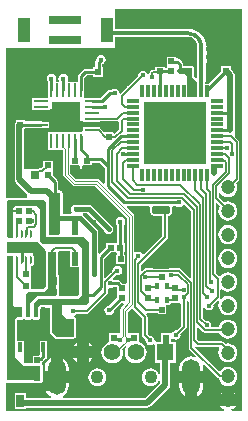
<source format=gtl>
G04*
G04 #@! TF.GenerationSoftware,Altium Limited,Altium Designer,20.2.6 (244)*
G04*
G04 Layer_Physical_Order=1*
G04 Layer_Color=255*
%FSLAX44Y44*%
%MOMM*%
G71*
G04*
G04 #@! TF.SameCoordinates,B6B92F39-3B6A-451D-A712-2CEA1CBF15C8*
G04*
G04*
G04 #@! TF.FilePolarity,Positive*
G04*
G01*
G75*
%ADD16C,0.1270*%
%ADD17C,0.2540*%
%ADD19C,0.1524*%
%ADD20R,1.5000X1.5000*%
G04:AMPARAMS|DCode=21|XSize=1.6mm|YSize=0.7mm|CornerRadius=0.175mm|HoleSize=0mm|Usage=FLASHONLY|Rotation=180.000|XOffset=0mm|YOffset=0mm|HoleType=Round|Shape=RoundedRectangle|*
%AMROUNDEDRECTD21*
21,1,1.6000,0.3500,0,0,180.0*
21,1,1.2500,0.7000,0,0,180.0*
1,1,0.3500,-0.6250,0.1750*
1,1,0.3500,0.6250,0.1750*
1,1,0.3500,0.6250,-0.1750*
1,1,0.3500,-0.6250,-0.1750*
%
%ADD21ROUNDEDRECTD21*%
%ADD22R,0.6000X0.6000*%
%ADD23R,0.4700X0.5000*%
%ADD24R,0.3700X0.5000*%
%ADD25R,5.3000X5.3000*%
%ADD26R,1.0000X0.3500*%
%ADD27R,0.3500X1.0000*%
%ADD28R,0.2500X1.1940*%
%ADD29R,1.1940X0.2500*%
%ADD30R,1.1938X0.2500*%
%ADD31R,2.4300X2.4300*%
%ADD32R,0.6000X1.1500*%
%ADD33R,0.3500X0.8500*%
%ADD34R,2.4000X1.6500*%
%ADD35R,0.7000X1.0750*%
%ADD36R,0.5500X0.5300*%
%ADD37R,0.7620X0.7620*%
%ADD38R,0.5300X0.5500*%
%ADD39R,1.0000X2.0000*%
%ADD40R,2.8000X0.8000*%
G04:AMPARAMS|DCode=41|XSize=0.7mm|YSize=0.22mm|CornerRadius=0.0605mm|HoleSize=0mm|Usage=FLASHONLY|Rotation=270.000|XOffset=0mm|YOffset=0mm|HoleType=Round|Shape=RoundedRectangle|*
%AMROUNDEDRECTD41*
21,1,0.7000,0.0990,0,0,270.0*
21,1,0.5790,0.2200,0,0,270.0*
1,1,0.1210,-0.0495,-0.2895*
1,1,0.1210,-0.0495,0.2895*
1,1,0.1210,0.0495,0.2895*
1,1,0.1210,0.0495,-0.2895*
%
%ADD41ROUNDEDRECTD41*%
%ADD42R,1.5000X0.9000*%
%ADD43R,0.5500X0.5300*%
%ADD44R,0.5300X0.5500*%
%ADD72C,1.4200*%
%ADD73R,1.4200X1.4200*%
%ADD74C,1.1000*%
%ADD75O,1.5000X3.0000*%
%ADD76C,0.3302*%
%ADD77C,0.5080*%
%ADD78C,0.3810*%
%ADD79C,0.7620*%
%ADD80C,0.1010*%
%ADD81C,0.6350*%
%ADD82C,1.2000*%
%ADD83C,0.3810*%
%ADD84C,0.5080*%
%ADD85C,0.4572*%
G36*
X154190Y-23449D02*
X155938Y-23679D01*
X156350Y-23761D01*
X158093Y-24483D01*
X158426Y-24706D01*
X158881Y-25055D01*
X159845Y-25795D01*
D01*
X159848Y-25798D01*
X160702Y-26911D01*
X161134Y-27571D01*
X161686Y-28929D01*
X161967Y-30368D01*
X162002Y-31101D01*
X162002Y-57231D01*
X160829Y-57717D01*
X159298Y-56186D01*
X159298Y-49678D01*
X159140Y-48885D01*
X158691Y-48213D01*
X158019Y-47764D01*
X157226Y-47606D01*
X152146D01*
X151353Y-47764D01*
X151312Y-47792D01*
X150479Y-47529D01*
X150042Y-47230D01*
Y-46503D01*
X150042Y-46503D01*
X149825Y-45413D01*
X149207Y-44489D01*
X149207Y-44489D01*
X147048Y-42330D01*
X146124Y-41712D01*
X145034Y-41495D01*
X144052Y-40740D01*
Y-39944D01*
X136212D01*
Y-47984D01*
X136212D01*
Y-48225D01*
X135974Y-49495D01*
X134400D01*
Y-48424D01*
X126560D01*
Y-50953D01*
X124769D01*
X123877Y-51130D01*
X123121Y-51636D01*
X122228Y-52529D01*
X121723Y-53285D01*
X121665Y-53572D01*
X120402Y-54313D01*
X119722Y-54142D01*
X118916Y-52936D01*
X117614Y-52065D01*
X116078Y-51760D01*
X114542Y-52065D01*
X113240Y-52936D01*
X112369Y-54238D01*
X112064Y-55774D01*
X112183Y-56373D01*
X104062Y-64494D01*
X102530D01*
Y-66026D01*
X97123Y-71432D01*
X96115Y-71028D01*
X95937Y-70887D01*
X95962Y-70760D01*
X95657Y-69224D01*
X94786Y-67922D01*
X93484Y-67051D01*
X91948Y-66746D01*
X90412Y-67051D01*
X89125Y-67911D01*
X87808D01*
X87808Y-67911D01*
X86718Y-68128D01*
X85794Y-68746D01*
X85794Y-68746D01*
X79878Y-74661D01*
X72471D01*
X71381Y-74878D01*
X71213Y-74990D01*
X66175D01*
X66020Y-74990D01*
X66020Y-74836D01*
Y-69798D01*
X66132Y-69630D01*
X66349Y-68540D01*
Y-57918D01*
X68438Y-55829D01*
X73832D01*
Y-56900D01*
X81872D01*
Y-49060D01*
X81318D01*
Y-46421D01*
X82054Y-46275D01*
X83356Y-45404D01*
X84227Y-44102D01*
X84532Y-42566D01*
X84227Y-41030D01*
X83356Y-39728D01*
X82054Y-38857D01*
X80518Y-38552D01*
X78982Y-38857D01*
X77680Y-39728D01*
X76809Y-41030D01*
X76508Y-42548D01*
X76455Y-42601D01*
X75837Y-43525D01*
X75620Y-44615D01*
X75620Y-44615D01*
Y-49060D01*
X73832D01*
Y-50131D01*
X67258D01*
X67258Y-50131D01*
X66168Y-50348D01*
X65244Y-50966D01*
X65244Y-50966D01*
X61486Y-54724D01*
X60868Y-55648D01*
X60651Y-56738D01*
X60651Y-56738D01*
Y-61300D01*
X52872D01*
X52221Y-60252D01*
X52223Y-60030D01*
X52514Y-58568D01*
X52209Y-57032D01*
X51338Y-55730D01*
X50036Y-54859D01*
X48500Y-54554D01*
X46964Y-54859D01*
X45662Y-55730D01*
X44791Y-57032D01*
X44486Y-58568D01*
X44777Y-60030D01*
X44779Y-60252D01*
X44128Y-61300D01*
X42904D01*
X42253Y-60252D01*
X42255Y-60030D01*
X42546Y-58568D01*
X42241Y-57032D01*
X41370Y-55730D01*
X40068Y-54859D01*
X38532Y-54554D01*
X36996Y-54859D01*
X35694Y-55730D01*
X34823Y-57032D01*
X34518Y-58568D01*
X34823Y-60104D01*
X35683Y-61391D01*
Y-68379D01*
X35651Y-68540D01*
X35868Y-69630D01*
X35980Y-69798D01*
Y-74837D01*
X35980Y-74990D01*
X35827Y-74990D01*
X22290D01*
Y-85030D01*
X36770D01*
X36942Y-84576D01*
X44065Y-84575D01*
X44240Y-84930D01*
X51000D01*
Y-90010D01*
X56080D01*
Y-95616D01*
X56378Y-95388D01*
X57586Y-93813D01*
X58346Y-91978D01*
X58605Y-90010D01*
X58346Y-88042D01*
X57586Y-86208D01*
X57308Y-85844D01*
X57934Y-84574D01*
X62010Y-84574D01*
X62908Y-85472D01*
Y-94755D01*
X65134D01*
X65230Y-95030D01*
X79710D01*
Y-94774D01*
X93934D01*
X94319Y-94698D01*
X95424Y-95394D01*
X95589Y-95614D01*
Y-101648D01*
X92138Y-105098D01*
X90868Y-104598D01*
Y-103763D01*
X83289D01*
X80388Y-100862D01*
X79710Y-100409D01*
Y-99990D01*
X65230D01*
Y-102592D01*
X63960Y-103603D01*
X38942Y-103602D01*
Y-103602D01*
X38308Y-104240D01*
X35980D01*
Y-118720D01*
X48094D01*
X48217Y-118843D01*
Y-139818D01*
X48375Y-140610D01*
X48823Y-141281D01*
X56519Y-148977D01*
X57190Y-149426D01*
X57982Y-149583D01*
X75557D01*
X102477Y-176503D01*
Y-231237D01*
X101964Y-232295D01*
X99270D01*
X96883Y-229908D01*
X95959Y-229291D01*
X94868Y-229074D01*
X94868Y-229074D01*
X90876D01*
X90577Y-228874D01*
X90453Y-227610D01*
X93019Y-225044D01*
X94191Y-225277D01*
X95727Y-224971D01*
X97029Y-224101D01*
X97899Y-222799D01*
X98205Y-221263D01*
X97899Y-219727D01*
X97029Y-218424D01*
X95727Y-217554D01*
X94191Y-217248D01*
X92655Y-217554D01*
X91352Y-218424D01*
X90482Y-219727D01*
X90177Y-221263D01*
X90182Y-221289D01*
X84139Y-227332D01*
X82965Y-226846D01*
Y-211211D01*
X88643Y-205533D01*
X92654Y-205533D01*
X93285D01*
X94183Y-206431D01*
Y-207741D01*
X93012D01*
Y-215581D01*
X101052D01*
Y-207741D01*
X99881D01*
Y-205533D01*
X101034D01*
Y-197693D01*
X99831D01*
Y-182660D01*
X100691Y-181373D01*
X100996Y-179837D01*
X100691Y-178301D01*
X99821Y-176998D01*
X98518Y-176128D01*
X96982Y-175823D01*
X95446Y-176128D01*
X94144Y-176998D01*
X93274Y-178301D01*
X92968Y-179837D01*
X93274Y-181373D01*
X94134Y-182660D01*
Y-196795D01*
X93236Y-197693D01*
X91724Y-197693D01*
X84614D01*
Y-201504D01*
X79315Y-206803D01*
X78045Y-206278D01*
Y-188414D01*
X78045Y-188414D01*
X77779Y-187076D01*
X77021Y-185942D01*
X64950Y-173871D01*
X64900Y-173837D01*
X65285Y-172567D01*
X68672D01*
X83169Y-187065D01*
X83274Y-187596D01*
X84145Y-188898D01*
X85447Y-189769D01*
X86983Y-190074D01*
X88519Y-189769D01*
X89822Y-188898D01*
X90692Y-187596D01*
X90997Y-186060D01*
X90692Y-184524D01*
X89822Y-183222D01*
X88519Y-182351D01*
X88301Y-182308D01*
X72592Y-166599D01*
X71458Y-165841D01*
X70120Y-165575D01*
X60851D01*
X60534Y-165363D01*
X58997Y-165057D01*
X57461Y-165363D01*
X56159Y-166233D01*
X55289Y-167535D01*
X54983Y-169071D01*
X55289Y-170607D01*
X55937Y-171577D01*
X55513Y-172680D01*
X55374Y-172847D01*
X47944D01*
X47944Y-155418D01*
X47786Y-154625D01*
X47337Y-153953D01*
X46665Y-153504D01*
X45872Y-153346D01*
X44276D01*
Y-146349D01*
X44059Y-145259D01*
X43442Y-144335D01*
X43442Y-144335D01*
X39480Y-140373D01*
Y-136462D01*
X39480Y-136462D01*
Y-136122D01*
X39480D01*
X39480Y-135192D01*
Y-128082D01*
X31640D01*
Y-133009D01*
X29995Y-134654D01*
X27864D01*
X27021Y-134821D01*
X26829Y-134950D01*
X15574D01*
Y-123846D01*
Y-101576D01*
X16036D01*
Y-100359D01*
X29530D01*
X30620Y-100142D01*
X30788Y-100030D01*
X36770D01*
Y-94990D01*
X30788D01*
X30620Y-94878D01*
X29530Y-94661D01*
X16036D01*
Y-93536D01*
X13015D01*
X12162Y-93366D01*
X11309Y-93536D01*
X8196D01*
Y-95767D01*
X7602Y-96656D01*
X7286Y-98242D01*
Y-123846D01*
Y-143912D01*
X7602Y-145498D01*
X8500Y-146842D01*
X18024Y-156365D01*
X18164Y-157541D01*
X18168Y-157884D01*
X17676Y-158968D01*
X17283Y-159366D01*
X1626Y-159366D01*
X1270Y-159437D01*
X207Y-158794D01*
X0Y-158553D01*
Y-32660D01*
X92016D01*
Y-23451D01*
X153013D01*
X154178Y-23451D01*
X154180Y-23451D01*
X154189Y-23449D01*
Y-23449D01*
X154190Y-23449D01*
D02*
G37*
G36*
X157226Y-57044D02*
X161798Y-61616D01*
X161798Y-74316D01*
X153670D01*
Y-56790D01*
X151892Y-55012D01*
Y-49932D01*
X152146Y-49678D01*
X157226D01*
X157226Y-57044D01*
D02*
G37*
G36*
X83689Y-134170D02*
Y-147339D01*
X82516Y-147825D01*
X78716Y-144026D01*
X78045Y-143577D01*
X77253Y-143420D01*
X59678D01*
X54381Y-138122D01*
Y-133270D01*
X54580Y-132082D01*
X61339D01*
X62420Y-132538D01*
X62420Y-133352D01*
Y-135172D01*
X64798D01*
X64798Y-132346D01*
X65424Y-132082D01*
X66068Y-132082D01*
X72638D01*
Y-129851D01*
X79370D01*
X83689Y-134170D01*
D02*
G37*
G36*
X200000Y-340000D02*
X191214D01*
X190961Y-338730D01*
X192187Y-338222D01*
X193971Y-336853D01*
X194746Y-335843D01*
X187880D01*
X181014D01*
X181789Y-336853D01*
X183573Y-338222D01*
X184799Y-338730D01*
X184546Y-340000D01*
X0D01*
Y-316732D01*
X642Y-316205D01*
X29268Y-316205D01*
X29600Y-316139D01*
X29891D01*
Y-316081D01*
X30061Y-316047D01*
X30733Y-315598D01*
X31182Y-314926D01*
X31340Y-314133D01*
X31340Y-301715D01*
X31182Y-300922D01*
X30733Y-300250D01*
X30562Y-300135D01*
Y-298377D01*
X30820Y-298326D01*
X31744Y-297708D01*
X33757Y-295695D01*
X33757Y-295695D01*
X34375Y-294771D01*
X34592Y-293681D01*
X34592Y-293681D01*
Y-291434D01*
X34763D01*
Y-280394D01*
X28723D01*
Y-291434D01*
X28723D01*
X28709Y-292229D01*
X27922Y-292845D01*
X26832Y-293062D01*
X26694Y-293154D01*
X22522D01*
Y-299643D01*
X16214D01*
X15263Y-298692D01*
Y-291434D01*
Y-280394D01*
X9713D01*
Y-263036D01*
X10053Y-262696D01*
X14002D01*
X14795Y-262538D01*
X15467Y-262089D01*
X16225Y-262412D01*
X17018Y-262570D01*
X20574Y-262570D01*
X21367Y-262412D01*
X22034Y-261966D01*
X22702Y-262412D01*
X23495Y-262570D01*
X27000Y-262570D01*
X27793Y-262412D01*
X28465Y-261963D01*
X28914Y-261291D01*
X29072Y-260498D01*
Y-253508D01*
X29916Y-252664D01*
X37349D01*
Y-273706D01*
X37507Y-274499D01*
X37956Y-275171D01*
X37956Y-275171D01*
X40953Y-278168D01*
X41625Y-278617D01*
X42418Y-278775D01*
X42418Y-278775D01*
X57074D01*
X57867Y-278617D01*
X58440Y-278234D01*
X58681D01*
Y-278026D01*
X58691Y-278016D01*
X59140Y-277344D01*
X59298Y-276551D01*
X59298Y-276551D01*
Y-262200D01*
X59140Y-261407D01*
X58961Y-261128D01*
X58681Y-260694D01*
X58681D01*
X58060Y-259660D01*
X58092Y-259183D01*
X58122Y-259011D01*
X59404Y-258155D01*
X59828Y-257520D01*
X68326D01*
X69218Y-257343D01*
X69974Y-256838D01*
X85443Y-241369D01*
X85948Y-240613D01*
X86125Y-239721D01*
Y-236781D01*
X87395Y-235806D01*
X88053Y-235937D01*
X89589Y-235631D01*
X90876Y-234771D01*
X93688D01*
X94124Y-235207D01*
Y-240335D01*
X94124Y-240335D01*
Y-240675D01*
X94124D01*
X94124Y-241605D01*
Y-243881D01*
X87233Y-250772D01*
X85905Y-251036D01*
X84603Y-251906D01*
X83733Y-253209D01*
X83427Y-254745D01*
X83733Y-256281D01*
X84603Y-257583D01*
X85905Y-258453D01*
X87441Y-258759D01*
X88977Y-258453D01*
X90280Y-257583D01*
X91150Y-256281D01*
X91455Y-254745D01*
X91433Y-254630D01*
X97348Y-248715D01*
X99199D01*
X99685Y-249888D01*
X97538Y-252035D01*
X97090Y-252706D01*
X96932Y-253498D01*
Y-273877D01*
X95710Y-273993D01*
Y-273993D01*
X87170D01*
Y-281788D01*
X85395Y-282523D01*
X83487Y-283987D01*
X82023Y-285895D01*
X81103Y-288116D01*
X80789Y-290500D01*
X81103Y-292884D01*
X82023Y-295105D01*
X83487Y-297013D01*
X85395Y-298477D01*
X87616Y-299397D01*
X90000Y-299711D01*
X92384Y-299397D01*
X94605Y-298477D01*
X96513Y-297013D01*
X97977Y-295105D01*
X98897Y-292884D01*
X99211Y-290500D01*
X98897Y-288116D01*
X98542Y-287260D01*
X101478Y-284323D01*
X101600Y-284360D01*
X102075Y-285827D01*
X102023Y-285895D01*
X101103Y-288116D01*
X100789Y-290500D01*
X101103Y-292884D01*
X102023Y-295105D01*
X103487Y-297013D01*
X105395Y-298477D01*
X107616Y-299397D01*
X110000Y-299711D01*
X112384Y-299397D01*
X114605Y-298477D01*
X116513Y-297013D01*
X117977Y-295105D01*
X118897Y-292884D01*
X119211Y-290500D01*
X118897Y-288116D01*
X117977Y-285895D01*
X116513Y-283987D01*
X114605Y-282523D01*
X112728Y-281746D01*
Y-273993D01*
X104188D01*
X103220Y-273265D01*
Y-256135D01*
X105899Y-253455D01*
X107481Y-253610D01*
X115260Y-261389D01*
Y-275981D01*
X115437Y-276873D01*
X115943Y-277629D01*
X118025Y-279711D01*
X117906Y-280310D01*
X118211Y-281846D01*
X119082Y-283148D01*
X120384Y-284019D01*
X121920Y-284324D01*
X123456Y-284019D01*
X124598Y-283256D01*
X125273Y-283439D01*
X125868Y-283774D01*
Y-299632D01*
X130856D01*
Y-308673D01*
X129586Y-308926D01*
X129079Y-307701D01*
X127872Y-306128D01*
X126299Y-304921D01*
X124466Y-304162D01*
X122500Y-303903D01*
X120534Y-304162D01*
X118701Y-304921D01*
X117128Y-306128D01*
X115921Y-307701D01*
X115162Y-309534D01*
X114903Y-311500D01*
X115162Y-313466D01*
X115921Y-315299D01*
X117128Y-316872D01*
X118701Y-318079D01*
X120534Y-318838D01*
X122500Y-319097D01*
X124466Y-318838D01*
X126299Y-318079D01*
X127872Y-316872D01*
X129079Y-315299D01*
X129586Y-314074D01*
X130856Y-314327D01*
Y-316238D01*
X118071Y-329023D01*
X48357D01*
X48076Y-327825D01*
X48086Y-327753D01*
X50161Y-326161D01*
X51770Y-324063D01*
X52782Y-321621D01*
X53127Y-319000D01*
Y-316580D01*
X43000D01*
X32873D01*
Y-319000D01*
X33219Y-321621D01*
X34230Y-324063D01*
X35839Y-326161D01*
X37914Y-327753D01*
X37924Y-327825D01*
X37643Y-329023D01*
X17016D01*
Y-325163D01*
X7476D01*
Y-338453D01*
X17016D01*
Y-337310D01*
X119788D01*
X121373Y-336995D01*
X122718Y-336096D01*
X137930Y-320884D01*
X138828Y-319540D01*
X139144Y-317954D01*
Y-299632D01*
X144132D01*
Y-281368D01*
X140034D01*
Y-279199D01*
X140465Y-278901D01*
X141304Y-278636D01*
X142376Y-279353D01*
X143912Y-279658D01*
X145448Y-279353D01*
X146750Y-278482D01*
X147621Y-277180D01*
X147926Y-275644D01*
X147802Y-275021D01*
X152273Y-270550D01*
X152778Y-269794D01*
X152956Y-268902D01*
Y-247533D01*
X153448Y-247181D01*
X154718Y-247834D01*
Y-286359D01*
X154886Y-287201D01*
X155363Y-287915D01*
X160766Y-293318D01*
X160046Y-294395D01*
X159621Y-294218D01*
X157000Y-293873D01*
X154379Y-294218D01*
X151937Y-295230D01*
X149839Y-296839D01*
X148230Y-298937D01*
X147218Y-301379D01*
X146873Y-304000D01*
Y-306420D01*
X157000D01*
X167127D01*
Y-304000D01*
X166782Y-301379D01*
X166605Y-300954D01*
X167682Y-300234D01*
X179760Y-312312D01*
X180004Y-312475D01*
X180055Y-312859D01*
X180864Y-314813D01*
X182152Y-316491D01*
X183829Y-317779D01*
X185783Y-318588D01*
X187880Y-318864D01*
X189977Y-318588D01*
X191931Y-317779D01*
X193608Y-316491D01*
X194896Y-314813D01*
X195705Y-312859D01*
X195981Y-310763D01*
X195705Y-308666D01*
X194896Y-306712D01*
X193608Y-305034D01*
X191931Y-303747D01*
X189977Y-302938D01*
X187880Y-302661D01*
X185783Y-302938D01*
X183829Y-303747D01*
X182152Y-305034D01*
X181436Y-305966D01*
X179805Y-306131D01*
X159758Y-286084D01*
X159814Y-285803D01*
X160339Y-285503D01*
X161205Y-285316D01*
X161714Y-285656D01*
X162606Y-285833D01*
X180084D01*
X180702Y-287103D01*
X180055Y-288666D01*
X179779Y-290763D01*
X180055Y-292859D01*
X180864Y-294813D01*
X182152Y-296491D01*
X183829Y-297779D01*
X185783Y-298588D01*
X187880Y-298864D01*
X189977Y-298588D01*
X191931Y-297779D01*
X193608Y-296491D01*
X194896Y-294813D01*
X195705Y-292859D01*
X195981Y-290763D01*
X195705Y-288666D01*
X194896Y-286712D01*
X193608Y-285034D01*
X191931Y-283747D01*
X189977Y-282938D01*
X187880Y-282661D01*
X185783Y-282938D01*
X185505Y-283053D01*
X184307Y-281854D01*
X183551Y-281349D01*
X182659Y-281172D01*
X163571D01*
X161663Y-279264D01*
Y-269489D01*
X162837Y-269003D01*
X166738Y-272904D01*
X167495Y-273410D01*
X168386Y-273587D01*
X180356D01*
X180864Y-274813D01*
X182152Y-276491D01*
X183829Y-277779D01*
X185783Y-278588D01*
X187880Y-278864D01*
X189977Y-278588D01*
X191931Y-277779D01*
X193608Y-276491D01*
X194896Y-274813D01*
X195705Y-272859D01*
X195981Y-270763D01*
X195705Y-268666D01*
X194896Y-266712D01*
X193608Y-265034D01*
X191931Y-263747D01*
X189977Y-262937D01*
X187880Y-262661D01*
X185783Y-262937D01*
X183829Y-263747D01*
X182152Y-265034D01*
X180864Y-266712D01*
X180055Y-268666D01*
X180021Y-268926D01*
X174658D01*
X173852Y-267944D01*
X173926Y-267573D01*
X173621Y-266037D01*
X172750Y-264735D01*
X171448Y-263865D01*
X169912Y-263559D01*
X169313Y-263678D01*
X166913Y-261278D01*
Y-252665D01*
X168166Y-252454D01*
X169036Y-253757D01*
X170339Y-254627D01*
X171875Y-254932D01*
X173411Y-254627D01*
X174713Y-253757D01*
X175583Y-252454D01*
X175889Y-250918D01*
X175748Y-250209D01*
X179662Y-246295D01*
X180739Y-247015D01*
X180055Y-248666D01*
X179779Y-250763D01*
X180055Y-252859D01*
X180864Y-254813D01*
X182152Y-256491D01*
X183829Y-257779D01*
X185783Y-258588D01*
X187880Y-258864D01*
X189977Y-258588D01*
X191931Y-257779D01*
X193608Y-256491D01*
X194896Y-254813D01*
X195705Y-252859D01*
X195981Y-250763D01*
X195705Y-248666D01*
X194896Y-246712D01*
X193608Y-245034D01*
X191931Y-243747D01*
X189977Y-242937D01*
X187880Y-242661D01*
X185783Y-242937D01*
X183829Y-243747D01*
X182407Y-244839D01*
X181312Y-244203D01*
X181287Y-244178D01*
X181392Y-243654D01*
Y-237509D01*
X182662Y-236883D01*
X183829Y-237779D01*
X185783Y-238588D01*
X187880Y-238864D01*
X189977Y-238588D01*
X191931Y-237779D01*
X193608Y-236491D01*
X194896Y-234813D01*
X195705Y-232859D01*
X195981Y-230763D01*
X195705Y-228666D01*
X194896Y-226712D01*
X193608Y-225034D01*
X191931Y-223747D01*
X189977Y-222937D01*
X187880Y-222661D01*
X185783Y-222937D01*
X183829Y-223747D01*
X182152Y-225034D01*
X181712Y-225607D01*
X180067Y-225664D01*
X177550Y-223147D01*
Y-164041D01*
X178724Y-163555D01*
X181306Y-166137D01*
X180864Y-166712D01*
X180055Y-168666D01*
X179779Y-170763D01*
X180055Y-172859D01*
X180864Y-174813D01*
X182152Y-176491D01*
X183829Y-177779D01*
X185783Y-178588D01*
X187880Y-178864D01*
X189977Y-178588D01*
X191931Y-177779D01*
X193608Y-176491D01*
X194896Y-174813D01*
X195705Y-172859D01*
X195981Y-170763D01*
X195705Y-168666D01*
X194896Y-166712D01*
X193608Y-165034D01*
X191931Y-163747D01*
X189977Y-162937D01*
X187880Y-162661D01*
X185783Y-162937D01*
X184757Y-163362D01*
X180038Y-158643D01*
Y-155823D01*
X181308Y-155392D01*
X182152Y-156491D01*
X183829Y-157779D01*
X185783Y-158588D01*
X187880Y-158864D01*
X189977Y-158588D01*
X191931Y-157779D01*
X193608Y-156491D01*
X194896Y-154813D01*
X195705Y-152859D01*
X195981Y-150763D01*
X195705Y-148666D01*
X195108Y-147224D01*
X197093Y-145240D01*
X197570Y-144526D01*
X197737Y-143683D01*
Y-112620D01*
X197570Y-111778D01*
X197092Y-111064D01*
X194055Y-108026D01*
Y-100729D01*
X193821Y-100714D01*
Y-87573D01*
Y-55759D01*
X193506Y-54173D01*
X192608Y-52829D01*
X190182Y-50403D01*
Y-48223D01*
X186381D01*
X186262Y-48199D01*
X186143Y-48223D01*
X182342D01*
Y-51219D01*
X182118Y-52343D01*
X182138Y-52439D01*
X171336Y-63240D01*
X168663D01*
Y-61805D01*
X169756D01*
X169919Y-31774D01*
X169919Y-31774D01*
X169918Y-31774D01*
X169918Y-31772D01*
X169883Y-30999D01*
X169825Y-30604D01*
X169659Y-29464D01*
X169286Y-27959D01*
X168901Y-26873D01*
X168767Y-26497D01*
X168437Y-25795D01*
X168437Y-25795D01*
X168181Y-25094D01*
X167994Y-24708D01*
X167532Y-23751D01*
X166753Y-22478D01*
X166112Y-21629D01*
X165854Y-21288D01*
X165347Y-20740D01*
X165347Y-20740D01*
X163979Y-19635D01*
X160900Y-17935D01*
X157572Y-16797D01*
X154097Y-16256D01*
X152338Y-16291D01*
X136904Y-16291D01*
X92016D01*
Y0D01*
X200000D01*
Y-340000D01*
D02*
G37*
G36*
X157002Y-171101D02*
Y-226950D01*
X155829Y-227436D01*
X148044Y-219652D01*
X147330Y-219174D01*
X146487Y-219007D01*
X118428D01*
X117586Y-219174D01*
X116872Y-219652D01*
X115173Y-221351D01*
X114000Y-220865D01*
Y-216782D01*
X136435Y-194346D01*
X136940Y-193590D01*
X137118Y-192698D01*
Y-174649D01*
X137822D01*
X139000Y-174415D01*
X139999Y-173747D01*
X140667Y-172748D01*
X140901Y-171570D01*
Y-168070D01*
X140777Y-167444D01*
X141598Y-166174D01*
X143483D01*
X144770Y-167034D01*
X146306Y-167339D01*
X147842Y-167034D01*
X149145Y-166164D01*
X149595Y-165490D01*
X151137Y-165236D01*
X157002Y-171101D01*
D02*
G37*
G36*
X45872Y-189378D02*
X44577Y-190673D01*
X36424Y-190673D01*
X36398Y-156256D01*
X37236Y-155418D01*
X45872D01*
X45872Y-189378D01*
D02*
G37*
G36*
X26086Y-196998D02*
X27117D01*
X27143Y-197131D01*
X27593Y-197803D01*
X29980Y-200190D01*
X30652Y-200639D01*
X32757Y-203669D01*
X33757Y-204669D01*
Y-205108D01*
X33945Y-205380D01*
Y-234621D01*
X31730Y-236836D01*
X20912Y-236836D01*
Y-228858D01*
X20912Y-227619D01*
X20912D01*
Y-227588D01*
X20912Y-227588D01*
Y-219748D01*
X20912Y-217459D01*
X21703Y-217332D01*
X22435Y-217186D01*
X23055Y-216772D01*
X23469Y-216152D01*
X23615Y-215420D01*
Y-209630D01*
X23469Y-208898D01*
X23055Y-208278D01*
Y-206591D01*
X919D01*
Y-196998D01*
X5893D01*
D01*
X26086D01*
X26086Y-196998D01*
D02*
G37*
G36*
X122367Y-167444D02*
X122243Y-168070D01*
Y-171570D01*
X122477Y-172748D01*
X123145Y-173747D01*
X124144Y-174415D01*
X125322Y-174649D01*
X132456D01*
Y-191733D01*
X116927Y-207262D01*
X115402Y-206991D01*
X114923Y-206274D01*
X113621Y-205404D01*
X112085Y-205098D01*
X110548Y-205404D01*
X109910Y-205830D01*
X108640Y-205151D01*
Y-174807D01*
X108640Y-174807D01*
X108483Y-174015D01*
X108035Y-173344D01*
X102038Y-167347D01*
X102524Y-166174D01*
X121546D01*
X122367Y-167444D01*
D02*
G37*
G36*
X42292Y-205380D02*
X42292Y-242972D01*
X26162Y-242972D01*
X20574Y-248560D01*
Y-260498D01*
X17018Y-260498D01*
Y-241219D01*
X19329Y-238908D01*
X32588Y-238908D01*
X36017Y-235479D01*
Y-205380D01*
X42292Y-205380D01*
D02*
G37*
G36*
X53998Y-218034D02*
X62190D01*
Y-241098D01*
X60356Y-242932D01*
X44788D01*
Y-235750D01*
X44788Y-235750D01*
X45146Y-234844D01*
X45146Y-234844D01*
X45146Y-234628D01*
Y-224684D01*
X44364D01*
X44364Y-205907D01*
X45326Y-204637D01*
X53998D01*
Y-218034D01*
D02*
G37*
G36*
X147431Y-248715D02*
X148294Y-249627D01*
Y-267937D01*
X144487Y-271744D01*
X143912Y-271630D01*
X142376Y-271935D01*
X141074Y-272806D01*
X140748Y-273293D01*
X139767Y-273993D01*
X138932Y-273993D01*
X136523D01*
X135890Y-273867D01*
X135257Y-273993D01*
X131227D01*
Y-281368D01*
X127019D01*
X125934Y-280310D01*
X125892Y-280098D01*
X125629Y-278774D01*
X124758Y-277472D01*
X123456Y-276601D01*
X121920Y-276296D01*
X121321Y-276415D01*
X119922Y-275015D01*
Y-260424D01*
X119744Y-259532D01*
X119239Y-258775D01*
X118585Y-258122D01*
X119133Y-256874D01*
X128543D01*
Y-257973D01*
X135783D01*
Y-250434D01*
X136863Y-249974D01*
X139283D01*
Y-249858D01*
X139591Y-248715D01*
X147431D01*
D02*
G37*
G36*
X32227Y-161438D02*
X34036Y-163287D01*
Y-193036D01*
X66396D01*
X70612Y-197252D01*
Y-247544D01*
X67564Y-250592D01*
X47727D01*
Y-258568D01*
X51359Y-262200D01*
X57226Y-262200D01*
Y-276551D01*
X57074Y-276703D01*
X42418D01*
X39421Y-273706D01*
Y-250592D01*
X29058D01*
X27000Y-252649D01*
Y-260498D01*
X23495Y-260498D01*
X23495Y-248992D01*
X27483Y-245004D01*
X61214D01*
X64262Y-241956D01*
Y-202332D01*
X60655Y-198725D01*
X44856Y-198725D01*
X31445D01*
X29058Y-196338D01*
Y-169060D01*
X26515Y-166518D01*
X8382Y-166518D01*
X6350Y-168550D01*
Y-193950D01*
X2794D01*
X508Y-191664D01*
X508Y-162556D01*
X1626Y-161438D01*
X32227Y-161438D01*
D02*
G37*
G36*
X6162Y-250984D02*
X7322Y-252145D01*
X14002Y-252145D01*
X14002Y-260624D01*
X9195D01*
X7641Y-262178D01*
Y-294000D01*
X15356Y-301715D01*
X29268D01*
X29268Y-314133D01*
X642Y-314133D01*
X642Y-252916D01*
X642Y-209190D01*
X6162D01*
Y-250984D01*
D02*
G37*
%LPC*%
G36*
X45920Y-95090D02*
X45394D01*
X45622Y-95388D01*
X45920Y-95616D01*
Y-95090D01*
D02*
G37*
G36*
X187880Y-182661D02*
X185783Y-182937D01*
X183829Y-183747D01*
X182152Y-185034D01*
X180864Y-186712D01*
X180055Y-188666D01*
X179779Y-190763D01*
X180055Y-192859D01*
X180864Y-194813D01*
X182152Y-196491D01*
X183829Y-197779D01*
X185783Y-198588D01*
X187880Y-198864D01*
X189977Y-198588D01*
X191931Y-197779D01*
X193608Y-196491D01*
X194896Y-194813D01*
X195705Y-192859D01*
X195981Y-190763D01*
X195705Y-188666D01*
X194896Y-186712D01*
X193608Y-185034D01*
X191931Y-183747D01*
X189977Y-182937D01*
X187880Y-182661D01*
D02*
G37*
G36*
Y-202661D02*
X185783Y-202937D01*
X183829Y-203747D01*
X182152Y-205034D01*
X180864Y-206712D01*
X180055Y-208666D01*
X179779Y-210763D01*
X180055Y-212859D01*
X180864Y-214813D01*
X182152Y-216491D01*
X183829Y-217779D01*
X185783Y-218588D01*
X187880Y-218864D01*
X189977Y-218588D01*
X191931Y-217779D01*
X193608Y-216491D01*
X194896Y-214813D01*
X195705Y-212859D01*
X195981Y-210763D01*
X195705Y-208666D01*
X194896Y-206712D01*
X193608Y-205034D01*
X191931Y-203747D01*
X189977Y-202937D01*
X187880Y-202661D01*
D02*
G37*
G36*
X70080Y-282247D02*
Y-285420D01*
X73253D01*
X71875Y-283625D01*
X70080Y-282247D01*
D02*
G37*
G36*
X59920D02*
X58125Y-283625D01*
X56747Y-285420D01*
X59920D01*
Y-282247D01*
D02*
G37*
G36*
X73253Y-295580D02*
X70080D01*
Y-298753D01*
X71875Y-297375D01*
X73253Y-295580D01*
D02*
G37*
G36*
X59920D02*
X56747D01*
X58125Y-297375D01*
X59920Y-298753D01*
Y-295580D01*
D02*
G37*
G36*
X48080Y-295243D02*
Y-306420D01*
X53127D01*
Y-304000D01*
X52782Y-301379D01*
X51770Y-298937D01*
X50161Y-296839D01*
X48080Y-295243D01*
D02*
G37*
G36*
X37920D02*
X35839Y-296839D01*
X34230Y-298937D01*
X33219Y-301379D01*
X32873Y-304000D01*
Y-306420D01*
X37920D01*
Y-295243D01*
D02*
G37*
G36*
X77500Y-303903D02*
X75534Y-304162D01*
X73702Y-304921D01*
X72128Y-306128D01*
X70921Y-307701D01*
X70162Y-309534D01*
X69903Y-311500D01*
X70162Y-313466D01*
X70921Y-315299D01*
X72128Y-316872D01*
X73702Y-318079D01*
X75534Y-318838D01*
X77500Y-319097D01*
X79466Y-318838D01*
X81299Y-318079D01*
X82872Y-316872D01*
X84079Y-315299D01*
X84838Y-313466D01*
X85097Y-311500D01*
X84838Y-309534D01*
X84079Y-307701D01*
X82872Y-306128D01*
X81299Y-304921D01*
X79466Y-304162D01*
X77500Y-303903D01*
D02*
G37*
G36*
X192960Y-323896D02*
Y-325683D01*
X194746D01*
X193971Y-324672D01*
X192960Y-323896D01*
D02*
G37*
G36*
X182800D02*
X181789Y-324672D01*
X181014Y-325683D01*
X182800D01*
Y-323896D01*
D02*
G37*
G36*
X167127Y-316580D02*
X162080D01*
Y-327757D01*
X164161Y-326161D01*
X165770Y-324063D01*
X166782Y-321621D01*
X167127Y-319000D01*
Y-316580D01*
D02*
G37*
G36*
X151920D02*
X146873D01*
Y-319000D01*
X147218Y-321621D01*
X148230Y-324063D01*
X149839Y-326161D01*
X151920Y-327757D01*
Y-316580D01*
D02*
G37*
%LPD*%
D16*
X173063Y-230921D02*
Y-154731D01*
X156920Y-286359D02*
Y-231640D01*
X146487Y-221208D02*
X156920Y-231640D01*
X118428Y-221208D02*
X146487D01*
X156920Y-286359D02*
X181316Y-310755D01*
X170545Y-152212D02*
X173063Y-154731D01*
X170545Y-152212D02*
Y-141842D01*
X177837Y-159555D02*
X189578Y-171296D01*
X177837Y-149512D02*
X188617Y-138731D01*
X177837Y-159555D02*
Y-149512D01*
X175349Y-148414D02*
X186331Y-137431D01*
X175349Y-224059D02*
Y-148414D01*
Y-224059D02*
X179190Y-227900D01*
X181316Y-310755D02*
X189912D01*
X172080Y-250765D02*
X179190Y-243654D01*
Y-227900D01*
X114270Y-225367D02*
X118428Y-221208D01*
X114270Y-238312D02*
Y-225367D01*
Y-238312D02*
X120653Y-244695D01*
X122162Y-246203D02*
X127788D01*
X191481Y-122052D02*
Y-114115D01*
X188617Y-138731D02*
Y-125696D01*
X185312Y-122391D02*
X188617Y-125696D01*
X178345Y-122391D02*
X185312D01*
X184038Y-127203D02*
X186331Y-129496D01*
X178533Y-127203D02*
X184038D01*
X186331Y-137431D02*
Y-129496D01*
X189535Y-149684D02*
X195536Y-143683D01*
X190326Y-107410D02*
X195536Y-112620D01*
Y-143683D02*
Y-112620D01*
X178326Y-112410D02*
X189776D01*
X191481Y-114115D01*
X178326Y-107410D02*
X190326D01*
X178326Y-127410D02*
X178533Y-127203D01*
X178326Y-117410D02*
X187289D01*
X24689Y-140030D02*
X27864Y-136855D01*
X30907D01*
X35560Y-132202D01*
Y-132102D01*
D17*
X77007Y-52235D02*
X78469D01*
X77007Y-52980D02*
Y-52235D01*
X68718Y-127002D02*
X80550D01*
X178326Y-87410D02*
X189515D01*
X189678Y-87573D01*
Y-102410D02*
X189985D01*
X178326D02*
X189678D01*
X58500Y-111480D02*
Y-109345D01*
Y-128008D02*
Y-111480D01*
X63500D02*
Y-107207D01*
Y-118512D02*
Y-111480D01*
X80117Y-235406D02*
Y-210031D01*
X73973Y-241550D02*
X80117Y-235406D01*
X67594Y-241550D02*
X73973D01*
X103535Y-279317D02*
X107404D01*
X25243Y-285914D02*
Y-275623D01*
X87441Y-254745D02*
Y-254593D01*
X98044Y-243990D01*
X97032Y-211661D02*
Y-201613D01*
X100221Y-163325D02*
X146306D01*
X86538Y-149642D02*
X100221Y-163325D01*
X86538Y-149642D02*
Y-132990D01*
X107421Y-112515D02*
X107526Y-112410D01*
X97434Y-107410D02*
X107526D01*
X86538Y-118306D02*
X97434Y-107410D01*
X86538Y-132990D02*
Y-118306D01*
X98866Y-122410D02*
X107526D01*
X98836Y-122440D02*
X98866Y-122410D01*
X187289Y-117410D02*
X187332Y-117366D01*
X107404Y-279317D02*
X108458Y-278263D01*
X103316Y-279098D02*
X103535Y-279317D01*
X96617D02*
X96836Y-279098D01*
X92494Y-279317D02*
X96617D01*
X91440Y-278263D02*
X92494Y-279317D01*
X98044Y-243990D02*
Y-243478D01*
X19684Y-179218D02*
X19779Y-179313D01*
X22102D01*
X22197Y-179408D01*
X96982Y-201581D02*
X97014Y-201613D01*
X96982Y-201581D02*
Y-179837D01*
X80117Y-210031D02*
X88534Y-201613D01*
X88634D01*
X97014D02*
X97032D01*
X29730Y-295694D02*
X31743Y-293681D01*
X26542Y-297074D02*
X27922Y-295694D01*
X29730D01*
X31743Y-293681D02*
Y-285914D01*
X94868Y-231922D02*
X98497Y-235551D01*
X88053Y-231922D02*
X94868D01*
X35560Y-140482D02*
X41427Y-146349D01*
X67258Y-52980D02*
X77007D01*
X63500Y-56738D02*
X67258Y-52980D01*
X78469Y-52235D02*
Y-44615D01*
X170426Y-69510D02*
Y-68179D01*
X186262Y-52343D01*
Y-52243D01*
X130426Y-69510D02*
Y-52598D01*
Y-52498D01*
X130580Y-52344D02*
X140132D01*
X130480Y-52444D02*
X130580Y-52344D01*
X130426Y-52498D02*
X130480Y-52444D01*
X140132Y-43964D02*
X140512Y-44344D01*
X145034D01*
X147193Y-52167D02*
X147244Y-52218D01*
X147193Y-52167D02*
Y-46503D01*
X145034Y-44344D02*
X147193Y-46503D01*
X41427Y-159492D02*
Y-146349D01*
X41082Y-159838D02*
X41427Y-159492D01*
X20975Y-293789D02*
Y-293689D01*
X19223Y-291937D02*
X20975Y-293689D01*
X19223Y-291937D02*
Y-286394D01*
X18743Y-285914D02*
X19223Y-286394D01*
X13208Y-212652D02*
Y-201316D01*
X39878Y-220366D02*
X40263Y-220751D01*
X31743Y-266542D02*
Y-256414D01*
Y-266542D02*
X32206Y-267005D01*
X12246Y-309465D02*
X14319Y-307392D01*
X18743Y-285914D02*
Y-273732D01*
X18802Y-273673D01*
X25243Y-275623D02*
X25795Y-275071D01*
X80550Y-127002D02*
X86538Y-132990D01*
X63500Y-118512D02*
X68718Y-123730D01*
Y-127002D02*
Y-123730D01*
X78469Y-44615D02*
X80518Y-42566D01*
X72470Y-82510D02*
X84113D01*
X81058Y-77510D02*
X87808Y-70760D01*
X91948D01*
X48500Y-68540D02*
Y-58568D01*
X38532Y-68508D02*
Y-58568D01*
X38500Y-68540D02*
X38532Y-68508D01*
X72471Y-77510D02*
X81058D01*
X12162Y-97510D02*
X29530D01*
X63500Y-68540D02*
Y-56738D01*
D19*
X182659Y-283503D02*
X189912Y-290755D01*
X159333Y-280229D02*
Y-170135D01*
X148840Y-159642D02*
X159333Y-170135D01*
X103532Y-159642D02*
X148840D01*
X168386Y-271256D02*
X189411D01*
X162042Y-264912D02*
Y-167656D01*
X151042Y-156655D02*
X162042Y-167656D01*
X105181Y-156655D02*
X151042Y-156655D01*
X164582Y-262244D02*
Y-165136D01*
X147796Y-148350D02*
X164582Y-165136D01*
X111261Y-148350D02*
X147796D01*
X144652Y-237456D02*
X144711Y-237397D01*
X169662Y-234413D02*
Y-156399D01*
X167122Y-240548D02*
Y-159355D01*
X154116Y-239779D02*
Y-232876D01*
X146004Y-224764D02*
X154116Y-232876D01*
X144711Y-237397D02*
X150433D01*
X150625Y-243270D02*
X154116Y-239779D01*
X140168Y-224764D02*
X146004D01*
X159333Y-280229D02*
X162606Y-283503D01*
X182659D01*
X162042Y-264912D02*
X168386Y-271256D01*
X164582Y-262244D02*
X169912Y-267573D01*
X160426Y-152659D02*
X167122Y-159355D01*
Y-240548D02*
X170107Y-243533D01*
X165426Y-152163D02*
X169662Y-156399D01*
Y-234413D02*
X174070Y-238821D01*
X189411Y-271256D02*
X189912Y-270755D01*
X123876Y-57298D02*
Y-54177D01*
X129740Y-53284D02*
X130426Y-52598D01*
X124769Y-53284D02*
X129740D01*
X123876Y-54177D02*
X124769Y-53284D01*
X72470Y-92443D02*
X93934D01*
X83795Y-230972D02*
X93504Y-221263D01*
X83795Y-239721D02*
Y-230972D01*
X93504Y-221263D02*
X94191D01*
X86432Y-107804D02*
X86948Y-107288D01*
X107009Y-92927D02*
X107526Y-92410D01*
X78740Y-102510D02*
X84035Y-107804D01*
X131705Y-169401D02*
X134787Y-172483D01*
X129583Y-169401D02*
X131705D01*
X118638Y-254543D02*
X132552D01*
X131735Y-226840D02*
X132106Y-226469D01*
X136163Y-246203D02*
X142002D01*
X143511Y-244695D01*
X165426Y-152163D02*
Y-140310D01*
X160426Y-152659D02*
Y-140310D01*
X150625Y-243585D02*
Y-243270D01*
X117825Y-226840D02*
X131735D01*
X111669Y-247573D02*
Y-215816D01*
X109129Y-251961D02*
Y-212068D01*
X108258Y-152674D02*
X116007D01*
X109129Y-212068D02*
X112085Y-209112D01*
X98861Y-143276D02*
X108258Y-152674D01*
X98861Y-143276D02*
Y-129948D01*
X93788Y-145263D02*
X105181Y-156655D01*
X93788Y-145263D02*
Y-122279D01*
X90225Y-146335D02*
X103532Y-159642D01*
X90225Y-146335D02*
Y-119379D01*
X97089Y-112515D01*
X107421D01*
X132106Y-226469D02*
X132163Y-226526D01*
X143511Y-236315D02*
X144652Y-237456D01*
X120653Y-244695D02*
X122162Y-246203D01*
X142778Y-235583D02*
X143511Y-236315D01*
X137220Y-235583D02*
X142778D01*
X136163Y-234526D02*
X137220Y-235583D01*
X144006Y-275521D02*
X150625Y-268902D01*
X98861Y-129948D02*
X101399Y-127410D01*
X93788Y-122279D02*
X98657Y-117410D01*
X107526Y-144615D02*
X111261Y-148350D01*
X101399Y-127410D02*
X107526D01*
X98657Y-117410D02*
X107526D01*
X92750Y-107783D02*
X97920Y-102613D01*
Y-94476D01*
X86948Y-107783D02*
X92750D01*
X134787Y-192698D02*
Y-172483D01*
X111669Y-215816D02*
X134787Y-192698D01*
X111669Y-247573D02*
X118638Y-254543D01*
X150625Y-268902D02*
Y-243585D01*
X109129Y-251961D02*
X117591Y-260424D01*
Y-275981D02*
Y-260424D01*
Y-275981D02*
X121920Y-280310D01*
X120783Y-234947D02*
X127718D01*
X128293Y-234372D01*
X23459Y-184240D02*
X25880Y-181819D01*
X18316Y-184240D02*
X23459D01*
X17546Y-185009D02*
X18316Y-184240D01*
X17546Y-189896D02*
Y-185009D01*
X25880Y-181819D02*
Y-174102D01*
X22868Y-171090D02*
X25880Y-174102D01*
X19684Y-171090D02*
X22868D01*
X17208Y-190234D02*
X17546Y-189896D01*
X98552Y-73300D02*
X116078Y-55774D01*
X98552Y-79980D02*
Y-73300D01*
Y-79980D02*
X100982Y-82410D01*
X68326Y-255189D02*
X83795Y-239721D01*
X56566Y-255316D02*
X56693Y-255189D01*
X68326D01*
X41580Y-202307D02*
X55880D01*
X39268Y-204618D02*
X41580Y-202307D01*
X55880D02*
X58268Y-204695D01*
X39268Y-211014D02*
Y-204618D01*
X58268Y-211014D02*
Y-204695D01*
X9208Y-190234D02*
Y-181214D01*
X11204Y-179218D01*
X11304D01*
X4826Y-171090D02*
X11304D01*
X4318Y-171598D02*
X4826Y-171090D01*
X9208Y-226244D02*
Y-212652D01*
Y-226244D02*
X16792Y-233828D01*
X16892D01*
X17208Y-223352D02*
Y-212652D01*
X16892Y-223668D02*
X17208Y-223352D01*
X107526Y-144615D02*
Y-132410D01*
X97920Y-94476D02*
X99469Y-92927D01*
X107009D01*
X93934Y-92443D02*
X98967Y-87410D01*
X107526D01*
X100982Y-82410D02*
X107526D01*
X84035Y-107804D02*
X86432D01*
X72470Y-102510D02*
X78740D01*
D20*
X49911Y-269464D02*
D03*
X75311D02*
D03*
D21*
X131572Y-216048D02*
D03*
Y-169820D02*
D03*
D22*
X108458Y-262263D02*
D03*
Y-278263D02*
D03*
X135497Y-262263D02*
D03*
Y-278263D02*
D03*
X91440Y-262263D02*
D03*
Y-278263D02*
D03*
D23*
X132163Y-226526D02*
D03*
Y-254203D02*
D03*
D24*
X128163Y-234526D02*
D03*
X136163D02*
D03*
Y-246203D02*
D03*
X127788D02*
D03*
D25*
X142926Y-104910D02*
D03*
D26*
X178326Y-77410D02*
D03*
Y-82410D02*
D03*
Y-87410D02*
D03*
Y-92410D02*
D03*
Y-97410D02*
D03*
Y-102410D02*
D03*
Y-107410D02*
D03*
Y-112410D02*
D03*
Y-117410D02*
D03*
Y-122410D02*
D03*
Y-127410D02*
D03*
Y-132410D02*
D03*
X107526D02*
D03*
Y-127410D02*
D03*
Y-122410D02*
D03*
Y-117410D02*
D03*
Y-112410D02*
D03*
Y-107410D02*
D03*
Y-102410D02*
D03*
Y-97410D02*
D03*
Y-92410D02*
D03*
Y-87410D02*
D03*
Y-82410D02*
D03*
Y-77410D02*
D03*
D27*
X170426Y-140310D02*
D03*
X165426D02*
D03*
X160426D02*
D03*
X155426D02*
D03*
X150426D02*
D03*
X145426D02*
D03*
X140426D02*
D03*
X135426D02*
D03*
X130426D02*
D03*
X125426D02*
D03*
X120426D02*
D03*
X115426D02*
D03*
Y-69510D02*
D03*
X120426D02*
D03*
X125426D02*
D03*
X130426D02*
D03*
X135426D02*
D03*
X140426D02*
D03*
X145426D02*
D03*
X150426D02*
D03*
X155426D02*
D03*
X160426D02*
D03*
X165426D02*
D03*
X170426D02*
D03*
D28*
X38500Y-111480D02*
D03*
X43500D02*
D03*
X48500D02*
D03*
X53500D02*
D03*
X58500D02*
D03*
X63500D02*
D03*
Y-68540D02*
D03*
X58500D02*
D03*
X53500D02*
D03*
X48500D02*
D03*
X43500D02*
D03*
X38500D02*
D03*
D29*
X72470Y-102510D02*
D03*
Y-97510D02*
D03*
Y-92510D02*
D03*
Y-87510D02*
D03*
Y-82510D02*
D03*
X29530Y-77510D02*
D03*
Y-82510D02*
D03*
Y-87510D02*
D03*
Y-92510D02*
D03*
Y-97510D02*
D03*
Y-102510D02*
D03*
D30*
X72471Y-77510D02*
D03*
D31*
X51000Y-90010D02*
D03*
D32*
X39268Y-185014D02*
D03*
X58268D02*
D03*
Y-211014D02*
D03*
X48768D02*
D03*
X39268D02*
D03*
D33*
X31743Y-256414D02*
D03*
X25243D02*
D03*
X18743D02*
D03*
Y-285914D02*
D03*
X12243D02*
D03*
X25243D02*
D03*
X31743D02*
D03*
X12243Y-256414D02*
D03*
D34*
X21993Y-271164D02*
D03*
D35*
X12246Y-331808D02*
D03*
Y-308568D02*
D03*
D36*
X97032Y-211661D02*
D03*
X88652D02*
D03*
X18162Y-297074D02*
D03*
X26542D02*
D03*
X11304Y-171090D02*
D03*
X19684D02*
D03*
X16892Y-233828D02*
D03*
X25272D02*
D03*
Y-223668D02*
D03*
X16892D02*
D03*
X19684Y-179218D02*
D03*
X11304D02*
D03*
X88634Y-201613D02*
D03*
X97014D02*
D03*
D37*
X24689Y-125290D02*
D03*
Y-140030D02*
D03*
X54422Y-159838D02*
D03*
X41082D02*
D03*
X40066Y-229764D02*
D03*
X53406D02*
D03*
D38*
X25971Y-320499D02*
D03*
Y-312119D02*
D03*
X154610Y-52243D02*
D03*
Y-43863D02*
D03*
X186262D02*
D03*
Y-52243D02*
D03*
X12116Y-89176D02*
D03*
Y-97556D02*
D03*
X130480Y-44064D02*
D03*
Y-52444D02*
D03*
X68718Y-128062D02*
D03*
Y-136442D02*
D03*
X86948Y-107783D02*
D03*
Y-99403D02*
D03*
D39*
X85292Y-17420D02*
D03*
X15292Y-17674D02*
D03*
D40*
X50292Y-25570D02*
D03*
Y-9270D02*
D03*
D41*
X5208Y-212525D02*
D03*
X9208D02*
D03*
X13208D02*
D03*
X17208D02*
D03*
X21208Y-190107D02*
D03*
X17208D02*
D03*
X13208D02*
D03*
X9208D02*
D03*
X5208D02*
D03*
X21208Y-212525D02*
D03*
D42*
X13208Y-201189D02*
D03*
D43*
X86232Y-52980D02*
D03*
X77852D02*
D03*
X49148Y-239670D02*
D03*
X40768D02*
D03*
D44*
X140132Y-43964D02*
D03*
Y-52344D02*
D03*
X58500Y-136442D02*
D03*
Y-128062D02*
D03*
X98044Y-244695D02*
D03*
Y-236315D02*
D03*
X35560Y-140482D02*
D03*
Y-132102D02*
D03*
X143511Y-244695D02*
D03*
Y-236315D02*
D03*
X120653D02*
D03*
Y-244695D02*
D03*
D72*
X65000Y-290500D02*
D03*
X90000D02*
D03*
X110000D02*
D03*
D73*
X135000D02*
D03*
D74*
X77500Y-311500D02*
D03*
X122500D02*
D03*
D75*
X43000D02*
D03*
X157000D02*
D03*
D76*
X165426Y-31462D02*
G03*
X154178Y-20214I-11248J0D01*
G01*
X85292Y-17420D02*
G03*
X88086Y-20214I2794J0D01*
G01*
X165426Y-69510D02*
Y-31462D01*
X88086Y-20214D02*
X154178D01*
D77*
X189678Y-102410D02*
Y-87573D01*
Y-55759D01*
X175901Y-138952D02*
Y-133200D01*
X135890Y-289610D02*
Y-278011D01*
X12246Y-333166D02*
X119788D01*
X11430Y-143912D02*
X21082Y-153564D01*
X34808D01*
X41082Y-159838D01*
X11430Y-143912D02*
Y-123846D01*
Y-98242D02*
X12116Y-97556D01*
X11430Y-123846D02*
Y-98242D01*
X186262Y-52343D02*
X189678Y-55759D01*
X135000Y-290500D02*
X135890Y-289610D01*
X154585Y-52218D02*
X154610Y-52243D01*
X147244Y-52218D02*
X154585D01*
X119788Y-333166D02*
X135000Y-317954D01*
Y-290500D01*
X12116Y-97556D02*
X12162Y-97510D01*
D78*
X74549Y-223983D02*
Y-188414D01*
X70120Y-169071D02*
X86983Y-185935D01*
Y-186060D02*
Y-185935D01*
X58997Y-169071D02*
X70120D01*
X62478Y-176343D02*
X74549Y-188414D01*
X45064Y-176343D02*
X62478D01*
X40363Y-181044D02*
X45064Y-176343D01*
X40363Y-160557D02*
X41082Y-159838D01*
X39268Y-185014D02*
X40175Y-184107D01*
X40363Y-183919D02*
Y-181044D01*
D79*
X31694Y-319250D02*
X43000D01*
Y-311500D01*
D80*
X53493Y-116208D02*
X53542D01*
X90000Y-290500D02*
X92376D01*
X103316Y-279560D01*
X106572Y-249857D02*
Y-174807D01*
X104546Y-247953D02*
Y-175646D01*
X77253Y-145489D02*
X106572Y-174807D01*
X76414Y-147514D02*
X104546Y-175646D01*
X101151Y-255278D02*
X106572Y-249857D01*
X99001Y-253498D02*
X104546Y-247953D01*
X99001Y-276933D02*
Y-253498D01*
X101151Y-276933D02*
Y-255278D01*
Y-276933D02*
X103316Y-279098D01*
Y-279560D02*
Y-279098D01*
X52755Y-116945D02*
X53493Y-116208D01*
X52755Y-116995D02*
Y-116945D01*
X52312Y-117438D02*
X52755Y-116995D01*
X52312Y-138979D02*
Y-117438D01*
X58821Y-145489D02*
X77253D01*
X52312Y-138979D02*
X58821Y-145489D01*
X96836Y-279098D02*
X99001Y-276933D01*
X96836Y-279560D02*
Y-279098D01*
X50286Y-139818D02*
Y-117986D01*
X48500Y-116200D02*
X50286Y-117986D01*
X57982Y-147514D02*
X76414D01*
X48500Y-116200D02*
Y-111480D01*
X50286Y-139818D02*
X57982Y-147514D01*
D81*
X65000Y-290500D02*
X65207Y-290293D01*
Y-276210D01*
X156524Y-311976D02*
X157000Y-311500D01*
X144363Y-311976D02*
X156524D01*
X43000Y-311500D02*
X57083D01*
X57259Y-311323D01*
D82*
X187880Y-330763D02*
D03*
Y-310763D02*
D03*
Y-290763D02*
D03*
Y-270763D02*
D03*
Y-250763D02*
D03*
Y-230763D02*
D03*
Y-210763D02*
D03*
Y-190763D02*
D03*
Y-150763D02*
D03*
Y-170763D02*
D03*
D83*
X180053Y-5638D02*
D03*
X183228Y-11988D02*
D03*
X180053Y-18338D02*
D03*
X183228Y-24688D02*
D03*
X180053Y-31038D02*
D03*
X183228Y-37388D02*
D03*
X180053Y-43738D02*
D03*
Y-259638D02*
D03*
Y-297738D02*
D03*
Y-323138D02*
D03*
X173703Y-5638D02*
D03*
X176878Y-11988D02*
D03*
X173703Y-18338D02*
D03*
X176878Y-24688D02*
D03*
Y-37388D02*
D03*
Y-50088D02*
D03*
X173703Y-259638D02*
D03*
X176878Y-265988D02*
D03*
Y-278688D02*
D03*
Y-291388D02*
D03*
Y-316788D02*
D03*
Y-329488D02*
D03*
X173703Y-335838D02*
D03*
X167353Y-5638D02*
D03*
X170528Y-11988D02*
D03*
Y-329488D02*
D03*
X167353Y-335838D02*
D03*
X161003Y-5638D02*
D03*
X164178Y-278688D02*
D03*
X154653Y-5638D02*
D03*
X148303D02*
D03*
X151478Y-37388D02*
D03*
Y-278688D02*
D03*
X148303Y-285038D02*
D03*
X151478Y-291388D02*
D03*
X141953Y-5638D02*
D03*
X145128Y-37388D02*
D03*
X141953Y-208838D02*
D03*
Y-310438D02*
D03*
Y-323138D02*
D03*
X135603Y-5638D02*
D03*
X129253D02*
D03*
X122903D02*
D03*
X116553D02*
D03*
X119728Y-50088D02*
D03*
X116553Y-183438D02*
D03*
Y-323138D02*
D03*
X110203Y-5638D02*
D03*
X113378Y-304088D02*
D03*
X110203Y-310438D02*
D03*
X113378Y-316788D02*
D03*
X110203Y-323138D02*
D03*
X103853Y-5638D02*
D03*
X107028Y-50088D02*
D03*
Y-304088D02*
D03*
X103853Y-310438D02*
D03*
X107028Y-316788D02*
D03*
X103853Y-323138D02*
D03*
X100678Y-304088D02*
D03*
X97503Y-310438D02*
D03*
X100678Y-316788D02*
D03*
X97503Y-323138D02*
D03*
X94328Y-304088D02*
D03*
X91153Y-310438D02*
D03*
X94328Y-316788D02*
D03*
X91153Y-323138D02*
D03*
X84803Y-170738D02*
D03*
X87978Y-304088D02*
D03*
Y-316788D02*
D03*
X84803Y-323138D02*
D03*
X78453Y-69138D02*
D03*
Y-158038D02*
D03*
X81628Y-164388D02*
D03*
X78453Y-285038D02*
D03*
Y-297738D02*
D03*
Y-323138D02*
D03*
X72103Y-69138D02*
D03*
X75278Y-291388D02*
D03*
X72103Y-323138D02*
D03*
X65753Y-158038D02*
D03*
X68928Y-304088D02*
D03*
X65753Y-310438D02*
D03*
X68928Y-316788D02*
D03*
X65753Y-323138D02*
D03*
X62578Y-151688D02*
D03*
Y-304088D02*
D03*
Y-316788D02*
D03*
X56228Y-151688D02*
D03*
X53053Y-285038D02*
D03*
X46703Y-145338D02*
D03*
X49878Y-151688D02*
D03*
X43528Y-126288D02*
D03*
Y-138988D02*
D03*
X37178Y-50088D02*
D03*
X34003Y-107238D02*
D03*
X37178Y-291388D02*
D03*
X30828Y-62788D02*
D03*
X27653Y-69138D02*
D03*
Y-107238D02*
D03*
X30828Y-113588D02*
D03*
X27653Y-132638D02*
D03*
X21303Y-43738D02*
D03*
X24478Y-62788D02*
D03*
X21303Y-69138D02*
D03*
Y-107238D02*
D03*
X24478Y-113588D02*
D03*
X21303Y-132638D02*
D03*
X14953Y-43738D02*
D03*
X18128Y-50088D02*
D03*
Y-75488D02*
D03*
Y-113588D02*
D03*
X8603Y-43738D02*
D03*
X11778Y-50088D02*
D03*
X8603Y-56438D02*
D03*
X2253Y-43738D02*
D03*
X5428Y-50088D02*
D03*
X2253Y-56438D02*
D03*
X5428Y-62788D02*
D03*
X2253Y-69138D02*
D03*
Y-81838D02*
D03*
Y-94538D02*
D03*
Y-107238D02*
D03*
Y-119938D02*
D03*
Y-132638D02*
D03*
Y-145338D02*
D03*
X5428Y-151688D02*
D03*
X2253Y-323138D02*
D03*
X5428Y-329488D02*
D03*
X2253Y-335838D02*
D03*
X173345Y-231204D02*
D03*
X150433Y-237397D02*
D03*
X74549Y-223983D02*
D03*
X86983Y-186060D02*
D03*
X58997Y-169071D02*
D03*
X87741Y-221388D02*
D03*
X84680Y-218246D02*
D03*
X84767Y-224194D02*
D03*
X87441Y-254745D02*
D03*
X171875Y-250918D02*
D03*
X169912Y-267573D02*
D03*
X140168Y-224764D02*
D03*
X117825Y-226840D02*
D03*
X116007Y-152674D02*
D03*
X112085Y-209112D02*
D03*
X143912Y-275644D02*
D03*
X98836Y-122440D02*
D03*
X187332Y-117366D02*
D03*
X175901Y-138952D02*
D03*
X191330Y-122052D02*
D03*
X103316Y-279560D02*
D03*
X96836D02*
D03*
X150625Y-243585D02*
D03*
X22197Y-179408D02*
D03*
X33437Y-124275D02*
D03*
X74282Y-180059D02*
D03*
X129583Y-169401D02*
D03*
X82677Y-35604D02*
D03*
X74994D02*
D03*
X96982Y-179837D02*
D03*
X94191Y-221263D02*
D03*
X98044Y-5482D02*
D03*
X88053Y-231922D02*
D03*
X80518Y-42566D02*
D03*
X11430Y-123846D02*
D03*
X196373Y-56836D02*
D03*
X121920Y-280310D02*
D03*
X170942Y-54504D02*
D03*
X170434Y-25548D02*
D03*
X166878Y-18690D02*
D03*
X95570Y-32984D02*
D03*
X170942Y-33422D02*
D03*
Y-40449D02*
D03*
Y-47477D02*
D03*
X160243Y-46706D02*
D03*
X160149Y-40364D02*
D03*
X159832Y-33699D02*
D03*
X98044Y-12848D02*
D03*
X105728D02*
D03*
X113411D02*
D03*
X121095D02*
D03*
X128778D02*
D03*
X136461D02*
D03*
X144145D02*
D03*
X151828D02*
D03*
X160274Y-14118D02*
D03*
X157734Y-28342D02*
D03*
X151828Y-27580D02*
D03*
X144145D02*
D03*
X136461D02*
D03*
X128778D02*
D03*
X121095D02*
D03*
X113411D02*
D03*
X105728D02*
D03*
X98044D02*
D03*
X88646Y-35604D02*
D03*
X67310D02*
D03*
X59626D02*
D03*
X5842Y-37232D02*
D03*
X13526D02*
D03*
X21209D02*
D03*
X28893D02*
D03*
X36388Y-35604D02*
D03*
X44272D02*
D03*
X51943D02*
D03*
X116078Y-55774D02*
D03*
X14732Y-275992D02*
D03*
X25654D02*
D03*
X20193D02*
D03*
X17996Y-266703D02*
D03*
X47650Y-216988D02*
D03*
X51333Y-211019D02*
D03*
X47777Y-212619D02*
D03*
X22149Y-201646D02*
D03*
X15545Y-201341D02*
D03*
X27534Y-205202D02*
D03*
X29159Y-211933D02*
D03*
X29693Y-217674D02*
D03*
X30963Y-227554D02*
D03*
X56566Y-255316D02*
D03*
X146306Y-163325D02*
D03*
X170107Y-243533D02*
D03*
X174070Y-238821D02*
D03*
X114300Y-49678D02*
D03*
X195429Y-48408D02*
D03*
X84113Y-82510D02*
D03*
X189985Y-102410D02*
D03*
X91948Y-70760D02*
D03*
X48500Y-58568D02*
D03*
X38532D02*
D03*
X123876Y-57298D02*
D03*
X147244Y-52218D02*
D03*
D84*
X152272Y-173910D02*
D03*
X152081Y-181716D02*
D03*
X152121Y-189251D02*
D03*
X59382Y-98392D02*
D03*
X42618Y-98446D02*
D03*
X77687Y-137214D02*
D03*
X142494Y-82698D02*
D03*
X142926Y-104910D02*
D03*
X59382Y-81628D02*
D03*
X42618D02*
D03*
X162814Y-127122D02*
D03*
Y-104910D02*
D03*
Y-82698D02*
D03*
X142926Y-127122D02*
D03*
D85*
X146441Y-258274D02*
D03*
X143245Y-263274D02*
D03*
X141272Y-257593D02*
D03*
X122168Y-263080D02*
D03*
X127885D02*
D03*
M02*

</source>
